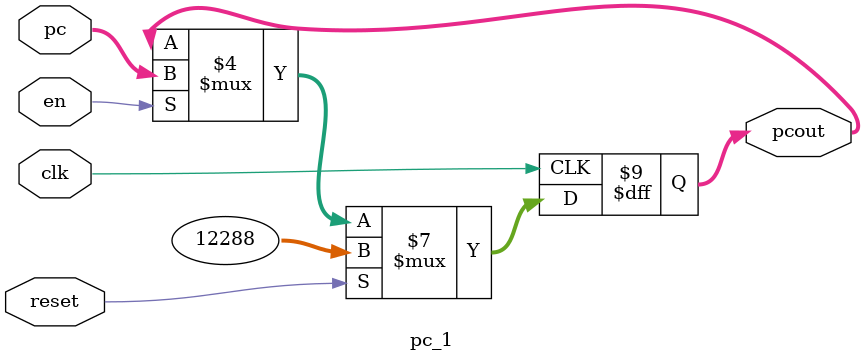
<source format=v>
`timescale 1ns / 1ps
module pc_1(
    input clk,
    input reset,
    input en,
    input [31:0] pc,
    output reg [31:0] pcout
    );
	 initial begin
		pcout = 32'h00003000;
	 end
	 always @(posedge clk)begin
		if(reset)begin
		
			pcout <=32'h00003000; 
		end
		else begin
			if(en)begin
				pcout <= pc;
			
			end
			else begin
				pcout<=pcout;
			end
		end
	 end


endmodule

</source>
